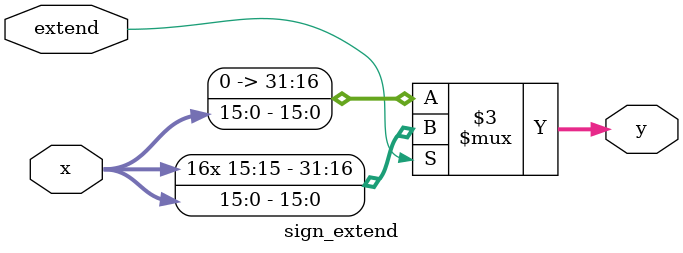
<source format=v>
`timescale 1ns / 1ps


module sign_extend(
    input [15:0] x,
    input extend,
    output reg [31:0] y
    );
    
    //if extend == 1, sign extend
    //else extend == 0, zero extend
    always@(x,extend)
    if(extend)
        y<={{16{x[15]}}, x};
    else
        y<={{16{0}}, x};
    
endmodule

</source>
